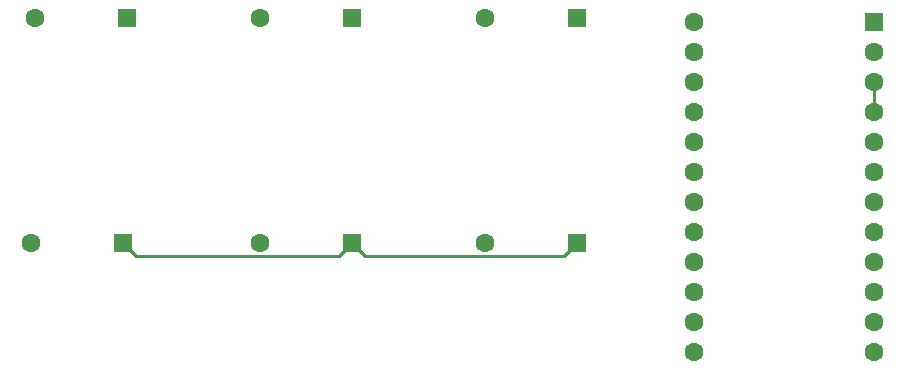
<source format=gbr>
%TF.GenerationSoftware,KiCad,Pcbnew,(6.0.4)*%
%TF.CreationDate,2022-04-16T12:25:48+05:30*%
%TF.ProjectId,another one,616e6f74-6865-4722-906f-6e652e6b6963,rev?*%
%TF.SameCoordinates,Original*%
%TF.FileFunction,Copper,L1,Top*%
%TF.FilePolarity,Positive*%
%FSLAX46Y46*%
G04 Gerber Fmt 4.6, Leading zero omitted, Abs format (unit mm)*
G04 Created by KiCad (PCBNEW (6.0.4)) date 2022-04-16 12:25:48*
%MOMM*%
%LPD*%
G01*
G04 APERTURE LIST*
%TA.AperFunction,ComponentPad*%
%ADD10R,1.600000X1.600000*%
%TD*%
%TA.AperFunction,ComponentPad*%
%ADD11C,1.600000*%
%TD*%
%TA.AperFunction,Conductor*%
%ADD12C,0.250000*%
%TD*%
G04 APERTURE END LIST*
D10*
%TO.P,D6,1,K*%
%TO.N,row1*%
X249168750Y-38100000D03*
D11*
%TO.P,D6,2,A*%
%TO.N,Net-(D6-Pad2)*%
X241368750Y-38100000D03*
%TD*%
D10*
%TO.P,D5,1,K*%
%TO.N,row0*%
X249168750Y-19050000D03*
D11*
%TO.P,D5,2,A*%
%TO.N,Net-(D5-Pad2)*%
X241368750Y-19050000D03*
%TD*%
D10*
%TO.P,D4,1,K*%
%TO.N,row1*%
X230118750Y-38100000D03*
D11*
%TO.P,D4,2,A*%
%TO.N,Net-(D4-Pad2)*%
X222318750Y-38100000D03*
%TD*%
D10*
%TO.P,D3,1,K*%
%TO.N,row0*%
X230118750Y-19050000D03*
D11*
%TO.P,D3,2,A*%
%TO.N,Net-(D3-Pad2)*%
X222318750Y-19050000D03*
%TD*%
D10*
%TO.P,D2,1,K*%
%TO.N,row1*%
X210750000Y-38100000D03*
D11*
%TO.P,D2,2,A*%
%TO.N,Net-(D2-Pad2)*%
X202950000Y-38100000D03*
%TD*%
%TO.P,U1,24,RAW*%
%TO.N,unconnected-(U1-Pad24)*%
X259080000Y-19367500D03*
%TO.P,U1,23,GND*%
%TO.N,unconnected-(U1-Pad23)*%
X259080000Y-21907500D03*
%TO.P,U1,22,RST*%
%TO.N,unconnected-(U1-Pad22)*%
X259080000Y-24447500D03*
%TO.P,U1,21,VCC*%
%TO.N,unconnected-(U1-Pad21)*%
X259080000Y-26987500D03*
%TO.P,U1,20,F4*%
%TO.N,unconnected-(U1-Pad20)*%
X259080000Y-29527500D03*
%TO.P,U1,19,F5*%
%TO.N,unconnected-(U1-Pad19)*%
X259080000Y-32067500D03*
%TO.P,U1,18,F6*%
%TO.N,unconnected-(U1-Pad18)*%
X259080000Y-34607500D03*
%TO.P,U1,17,F7*%
%TO.N,unconnected-(U1-Pad17)*%
X259080000Y-37147500D03*
%TO.P,U1,16,B1*%
%TO.N,unconnected-(U1-Pad16)*%
X259080000Y-39687500D03*
%TO.P,U1,15,B3*%
%TO.N,unconnected-(U1-Pad15)*%
X259080000Y-42227500D03*
%TO.P,U1,14,B2*%
%TO.N,row1*%
X259080000Y-44767500D03*
%TO.P,U1,13,B6*%
%TO.N,row0*%
X259080000Y-47307500D03*
%TO.P,U1,12,B5*%
%TO.N,col0*%
X274320000Y-47307500D03*
%TO.P,U1,11,B4*%
%TO.N,col1*%
X274320000Y-44767500D03*
%TO.P,U1,10,E6*%
%TO.N,col2*%
X274320000Y-42227500D03*
%TO.P,U1,9,D7*%
%TO.N,unconnected-(U1-Pad9)*%
X274320000Y-39687500D03*
%TO.P,U1,8,C6*%
%TO.N,unconnected-(U1-Pad8)*%
X274320000Y-37147500D03*
%TO.P,U1,7,D4*%
%TO.N,unconnected-(U1-Pad7)*%
X274320000Y-34607500D03*
%TO.P,U1,6,SCL*%
%TO.N,unconnected-(U1-Pad6)*%
X274320000Y-32067500D03*
%TO.P,U1,5,SDA*%
%TO.N,unconnected-(U1-Pad5)*%
X274320000Y-29527500D03*
%TO.P,U1,4,GND*%
%TO.N,+5V*%
X274320000Y-26987500D03*
%TO.P,U1,3,GND*%
X274320000Y-24447500D03*
%TO.P,U1,2,RX*%
%TO.N,unconnected-(U1-Pad2)*%
X274320000Y-21907500D03*
D10*
%TO.P,U1,1,TX*%
%TO.N,unconnected-(U1-Pad1)*%
X274320000Y-19367500D03*
%TD*%
D11*
%TO.P,D1,2,A*%
%TO.N,Net-(D1-Pad2)*%
X203268750Y-19050000D03*
D10*
%TO.P,D1,1,K*%
%TO.N,row0*%
X211068750Y-19050000D03*
%TD*%
D12*
%TO.N,+5V*%
X274320000Y-24447500D02*
X274320000Y-26987500D01*
%TO.N,row1*%
X248044239Y-39224511D02*
X249168750Y-38100000D01*
X231243261Y-39224511D02*
X248044239Y-39224511D01*
X230118750Y-38100000D02*
X231243261Y-39224511D01*
X228994239Y-39224511D02*
X230118750Y-38100000D01*
X211874511Y-39224511D02*
X228994239Y-39224511D01*
X210750000Y-38100000D02*
X211874511Y-39224511D01*
%TD*%
M02*

</source>
